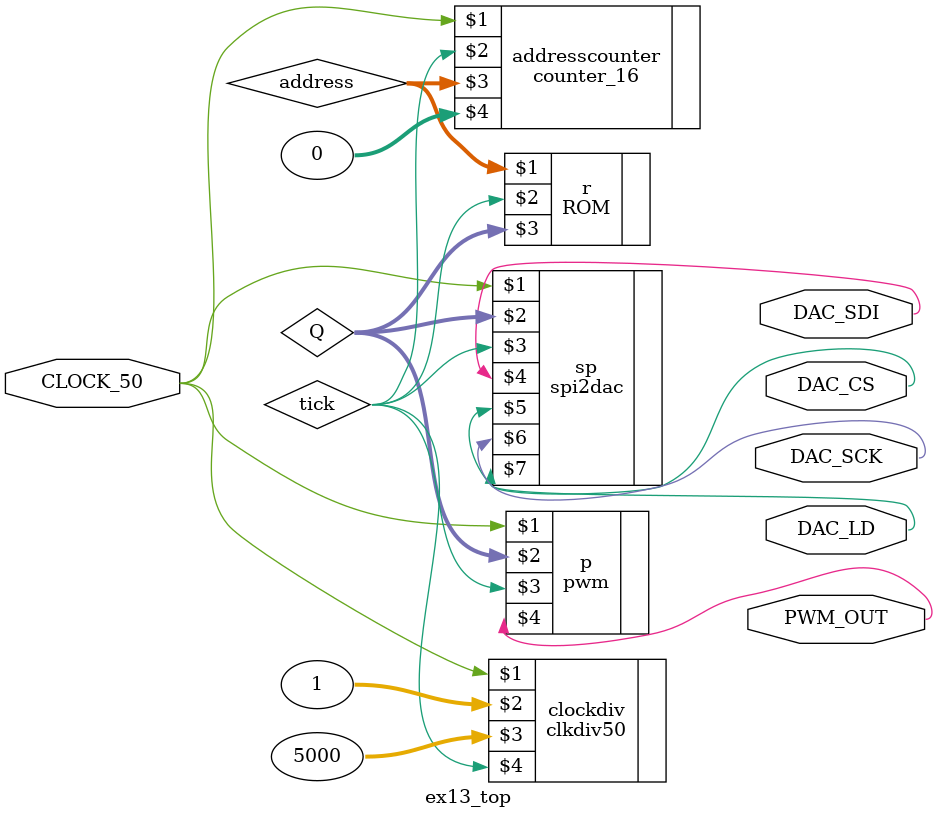
<source format=v>
module ex13_top(CLOCK_50, DAC_CS, DAC_SDI, DAC_LD, DAC_SCK, PWM_OUT);

	input  	CLOCK_50;
	
	output 	DAC_CS;
	output	DAC_SDI;
	output	DAC_LD;
	output	DAC_SCK;
	output	PWM_OUT;

	wire 		tick;
	wire		[9:0]		address;
	wire		[9:0]		Q;
	
	clkdiv50 clockdiv(CLOCK_50, 1, 5000, tick);
	
	counter_16 addresscounter(CLOCK_50, tick, address, 0);
	
	ROM r(address, tick, Q[9:0]);
	
	spi2dac sp (CLOCK_50, Q[9:0], tick, DAC_SDI, DAC_CS, DAC_SCK, DAC_LD);
	
	pwm p (CLOCK_50, Q[9:0], tick, PWM_OUT);
	
	
endmodule
</source>
